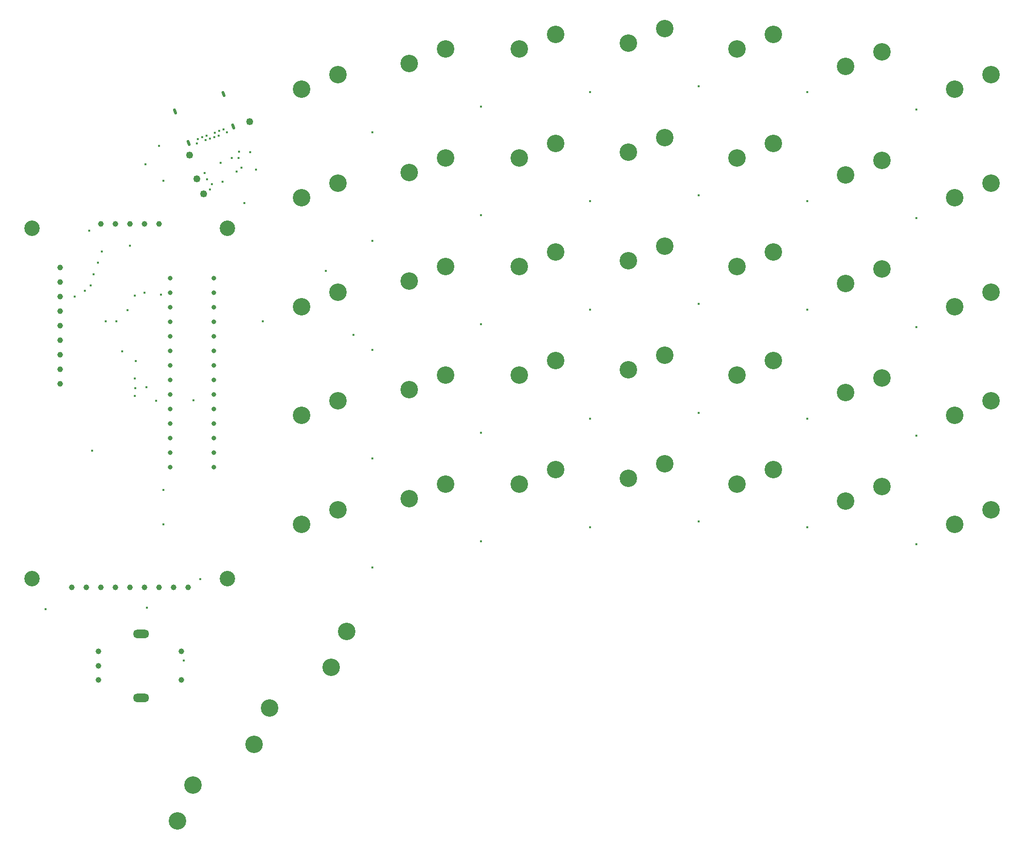
<source format=gbr>
%TF.GenerationSoftware,KiCad,Pcbnew,(6.0.7-1)-1*%
%TF.CreationDate,2022-10-21T15:59:09-04:00*%
%TF.ProjectId,Splitboard-B,53706c69-7462-46f6-9172-642d422e6b69,rev?*%
%TF.SameCoordinates,Original*%
%TF.FileFunction,Plated,1,2,PTH,Mixed*%
%TF.FilePolarity,Positive*%
%FSLAX46Y46*%
G04 Gerber Fmt 4.6, Leading zero omitted, Abs format (unit mm)*
G04 Created by KiCad (PCBNEW (6.0.7-1)-1) date 2022-10-21 15:59:09*
%MOMM*%
%LPD*%
G01*
G04 APERTURE LIST*
G04 Aperture macros list*
%AMHorizOval*
0 Thick line with rounded ends*
0 $1 width*
0 $2 $3 position (X,Y) of the first rounded end (center of the circle)*
0 $4 $5 position (X,Y) of the second rounded end (center of the circle)*
0 Add line between two ends*
20,1,$1,$2,$3,$4,$5,0*
0 Add two circle primitives to create the rounded ends*
1,1,$1,$2,$3*
1,1,$1,$4,$5*%
G04 Aperture macros list end*
%TA.AperFunction,ViaDrill*%
%ADD10C,0.400000*%
%TD*%
%TA.AperFunction,ComponentDrill*%
%ADD11C,0.400000*%
%TD*%
G04 aperture for slot hole*
%TA.AperFunction,ComponentDrill*%
%ADD12HorizOval,0.500000X-0.102606X0.281908X0.102606X-0.281908X0*%
%TD*%
%TA.AperFunction,ComponentDrill*%
%ADD13C,0.800000*%
%TD*%
%TA.AperFunction,ComponentDrill*%
%ADD14C,1.000000*%
%TD*%
%TA.AperFunction,ViaDrill*%
%ADD15C,1.250000*%
%TD*%
G04 aperture for slot hole*
%TA.AperFunction,ComponentDrill*%
%ADD16O,2.800000X1.500000*%
%TD*%
%TA.AperFunction,ComponentDrill*%
%ADD17C,2.700000*%
%TD*%
%TA.AperFunction,ComponentDrill*%
%ADD18C,3.050000*%
%TD*%
G04 APERTURE END LIST*
D10*
X56500000Y-133300000D03*
X61500000Y-78700000D03*
X63300000Y-77700000D03*
X64100000Y-67200000D03*
X64375500Y-76800000D03*
X64600000Y-105600000D03*
X64875500Y-74800000D03*
X65600000Y-72800000D03*
X66300000Y-70800000D03*
X67000000Y-83000000D03*
X68800000Y-83000000D03*
X69800000Y-88312500D03*
X70775500Y-81112500D03*
X71200000Y-69849500D03*
X72000000Y-78575500D03*
X72000000Y-93000000D03*
X72000000Y-96100000D03*
X72100000Y-94700000D03*
X72224500Y-90000000D03*
X73700000Y-78000000D03*
X73900000Y-55600000D03*
X74100000Y-94500000D03*
X74177700Y-133077700D03*
X75725500Y-96875500D03*
X76300000Y-52400000D03*
X76624500Y-78400000D03*
X77000000Y-58499500D03*
X77000000Y-112500000D03*
X77000000Y-118500000D03*
X80600000Y-142275500D03*
X82275500Y-96800000D03*
X83500000Y-128100000D03*
X84203486Y-57100000D03*
X84653486Y-58216480D03*
X85200000Y-60000000D03*
X85500500Y-59046742D03*
X87000000Y-55300000D03*
X87400000Y-58600000D03*
X88964300Y-54496936D03*
X89800000Y-56900000D03*
X90200000Y-54475500D03*
X90275451Y-53375451D03*
X90650000Y-56150000D03*
X91200000Y-62400000D03*
X92200000Y-53500000D03*
X93200000Y-56500000D03*
X94400000Y-83000000D03*
X105400000Y-74200000D03*
X110200000Y-85400000D03*
X113495278Y-125998054D03*
X113500000Y-50000000D03*
X113500000Y-69000000D03*
X113500000Y-88000000D03*
X113500000Y-107000000D03*
X132500000Y-45500000D03*
X132500000Y-64500000D03*
X132500000Y-83500000D03*
X132500000Y-102500000D03*
X132500000Y-121500000D03*
X151500000Y-43000000D03*
X151500000Y-62000000D03*
X151500000Y-81000000D03*
X151500000Y-100000000D03*
X151500000Y-119000000D03*
X170500000Y-42000000D03*
X170500000Y-61000000D03*
X170500000Y-80000000D03*
X170500000Y-99000000D03*
X170500000Y-118000000D03*
X189483957Y-61984389D03*
X189500000Y-43000000D03*
X189500000Y-81000000D03*
X189500000Y-100000000D03*
X189500000Y-119000000D03*
X208500000Y-46000000D03*
X208500000Y-65000000D03*
X208500000Y-84000000D03*
X208500000Y-103000000D03*
X208500000Y-122000000D03*
D11*
%TO.C,J1*%
X82887755Y-51943916D03*
X83024218Y-51149323D03*
X83775972Y-50875707D03*
X84391264Y-51396684D03*
X84527727Y-50602091D03*
X85143018Y-51123068D03*
X85894772Y-50849452D03*
X86031235Y-50054859D03*
X86646526Y-50575835D03*
X86782989Y-49781243D03*
X87534743Y-49507626D03*
X88150034Y-50028603D03*
D12*
X79059443Y-46366943D03*
X81432752Y-51834987D03*
X87497883Y-43295603D03*
X89194613Y-49009901D03*
D13*
%TO.C,U2*%
X78180000Y-75500000D03*
X78180000Y-78040000D03*
X78180000Y-80580000D03*
X78180000Y-83120000D03*
X78180000Y-85660000D03*
X78180000Y-88200000D03*
X78180000Y-90740000D03*
X78180000Y-93280000D03*
X78180000Y-95820000D03*
X78180000Y-98360000D03*
X78180000Y-100900000D03*
X78180000Y-103440000D03*
X78180000Y-105980000D03*
X78180000Y-108520000D03*
X85800000Y-75500000D03*
X85800000Y-78040000D03*
X85800000Y-80580000D03*
X85800000Y-83120000D03*
X85800000Y-85660000D03*
X85800000Y-88200000D03*
X85800000Y-90740000D03*
X85800000Y-93280000D03*
X85800000Y-95820000D03*
X85800000Y-98360000D03*
X85800000Y-100900000D03*
X85800000Y-103440000D03*
X85800000Y-105980000D03*
X85800000Y-108520000D03*
D14*
%TO.C,J2*%
X58975000Y-73650000D03*
X58975000Y-76190000D03*
X58975000Y-78730000D03*
X58975000Y-81270000D03*
X58975000Y-83810000D03*
X58975000Y-86350000D03*
X58975000Y-88890000D03*
X58975000Y-91430000D03*
X58975000Y-93970000D03*
%TO.C,U1*%
X61000000Y-129500000D03*
X63540000Y-129500000D03*
%TO.C,SW1*%
X65650000Y-140700000D03*
X65650000Y-143200000D03*
X65650000Y-145700000D03*
%TO.C,U1*%
X66080000Y-65980000D03*
X66080000Y-129500000D03*
X68620000Y-65980000D03*
X68620000Y-129500000D03*
X71160000Y-65980000D03*
X71160000Y-129500000D03*
X73700000Y-65980000D03*
X73700000Y-129500000D03*
X76240000Y-65980000D03*
X76240000Y-129500000D03*
X78780000Y-129500000D03*
%TO.C,SW1*%
X80150000Y-140700000D03*
X80150000Y-145700000D03*
%TO.C,U1*%
X81320000Y-129500000D03*
%TD*%
D15*
X81600000Y-53975500D03*
X82900000Y-58125500D03*
X84075491Y-60754936D03*
X92100000Y-48100000D03*
D16*
%TO.C,SW1*%
X73150000Y-137600000D03*
X73150000Y-148800000D03*
D17*
%TO.C,U1*%
X54110000Y-66800000D03*
X54110000Y-128000000D03*
X88210000Y-66800000D03*
X88210000Y-128000000D03*
D18*
%TO.C,K36*%
X79470108Y-170333054D03*
X82164185Y-164046874D03*
%TO.C,K37*%
X92905137Y-156898026D03*
X95599214Y-150611846D03*
%TO.C,K1*%
X101190000Y-42460000D03*
%TO.C,K8*%
X101190000Y-61460000D03*
%TO.C,K15*%
X101190000Y-80460000D03*
%TO.C,K22*%
X101190000Y-99460000D03*
%TO.C,K29*%
X101190000Y-118460000D03*
%TO.C,K38*%
X106340166Y-143462997D03*
%TO.C,K1*%
X107540000Y-39920000D03*
%TO.C,K8*%
X107540000Y-58920000D03*
%TO.C,K15*%
X107540000Y-77920000D03*
%TO.C,K22*%
X107540000Y-96920000D03*
%TO.C,K29*%
X107540000Y-115920000D03*
%TO.C,K38*%
X109034243Y-137176817D03*
%TO.C,K2*%
X120000000Y-38000000D03*
%TO.C,K9*%
X120000000Y-57000000D03*
%TO.C,K16*%
X120000000Y-76000000D03*
%TO.C,K23*%
X120000000Y-95000000D03*
%TO.C,K30*%
X120000000Y-114000000D03*
%TO.C,K2*%
X126350000Y-35460000D03*
%TO.C,K9*%
X126350000Y-54460000D03*
%TO.C,K16*%
X126350000Y-73460000D03*
%TO.C,K23*%
X126350000Y-92460000D03*
%TO.C,K30*%
X126350000Y-111460000D03*
%TO.C,K3*%
X139190000Y-35460000D03*
%TO.C,K10*%
X139190000Y-54460000D03*
%TO.C,K17*%
X139190000Y-73460000D03*
%TO.C,K24*%
X139190000Y-92460000D03*
%TO.C,K31*%
X139190000Y-111460000D03*
%TO.C,K3*%
X145540000Y-32920000D03*
%TO.C,K10*%
X145540000Y-51920000D03*
%TO.C,K17*%
X145540000Y-70920000D03*
%TO.C,K24*%
X145540000Y-89920000D03*
%TO.C,K31*%
X145540000Y-108920000D03*
%TO.C,K4*%
X158190000Y-34460000D03*
%TO.C,K11*%
X158190000Y-53460000D03*
%TO.C,K18*%
X158190000Y-72460000D03*
%TO.C,K25*%
X158190000Y-91460000D03*
%TO.C,K32*%
X158190000Y-110460000D03*
%TO.C,K4*%
X164540000Y-31920000D03*
%TO.C,K11*%
X164540000Y-50920000D03*
%TO.C,K18*%
X164540000Y-69920000D03*
%TO.C,K25*%
X164540000Y-88920000D03*
%TO.C,K32*%
X164540000Y-107920000D03*
%TO.C,K5*%
X177190000Y-35460000D03*
%TO.C,K12*%
X177190000Y-54460000D03*
%TO.C,K19*%
X177190000Y-73460000D03*
%TO.C,K26*%
X177190000Y-92460000D03*
%TO.C,K33*%
X177190000Y-111460000D03*
%TO.C,K5*%
X183540000Y-32920000D03*
%TO.C,K12*%
X183540000Y-51920000D03*
%TO.C,K19*%
X183540000Y-70920000D03*
%TO.C,K26*%
X183540000Y-89920000D03*
%TO.C,K33*%
X183540000Y-108920000D03*
%TO.C,K6*%
X196190000Y-38460000D03*
%TO.C,K13*%
X196190000Y-57460000D03*
%TO.C,K20*%
X196190000Y-76460000D03*
%TO.C,K27*%
X196190000Y-95460000D03*
%TO.C,K34*%
X196190000Y-114460000D03*
%TO.C,K6*%
X202540000Y-35920000D03*
%TO.C,K13*%
X202540000Y-54920000D03*
%TO.C,K20*%
X202540000Y-73920000D03*
%TO.C,K27*%
X202540000Y-92920000D03*
%TO.C,K34*%
X202540000Y-111920000D03*
%TO.C,K7*%
X215190000Y-42460000D03*
%TO.C,K14*%
X215190000Y-61460000D03*
%TO.C,K21*%
X215190000Y-80460000D03*
%TO.C,K28*%
X215190000Y-99460000D03*
%TO.C,K35*%
X215190000Y-118460000D03*
%TO.C,K7*%
X221540000Y-39920000D03*
%TO.C,K14*%
X221540000Y-58920000D03*
%TO.C,K21*%
X221540000Y-77920000D03*
%TO.C,K28*%
X221540000Y-96920000D03*
%TO.C,K35*%
X221540000Y-115920000D03*
M02*

</source>
